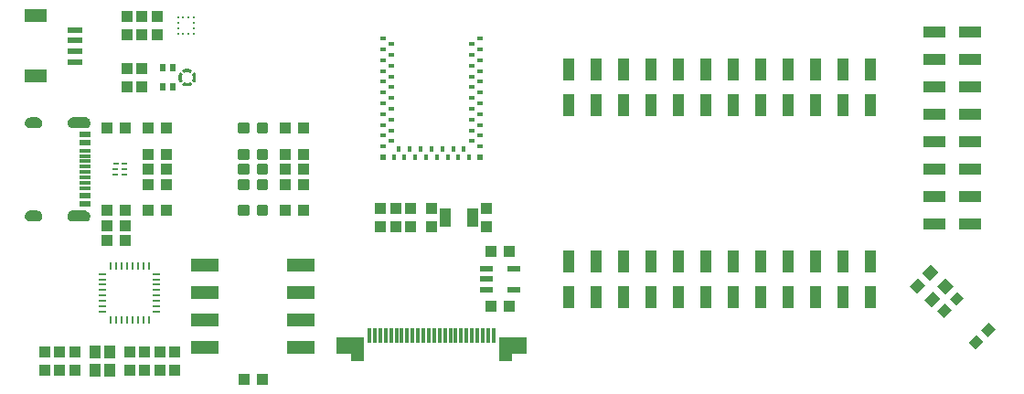
<source format=gtp>
G04 EAGLE Gerber RS-274X export*
G75*
%MOMM*%
%FSLAX34Y34*%
%LPD*%
%INSolderpaste Top*%
%IPPOS*%
%AMOC8*
5,1,8,0,0,1.08239X$1,22.5*%
G01*
%ADD10R,1.000000X1.100000*%
%ADD11R,1.100000X1.000000*%
%ADD12C,0.300000*%
%ADD13R,0.610000X0.250000*%
%ADD14R,0.560000X0.250000*%
%ADD15R,0.522000X0.725000*%
%ADD16R,0.200000X0.500000*%
%ADD17R,0.500000X0.200000*%
%ADD18R,1.000000X0.300000*%
%ADD19R,1.000000X0.600000*%
%ADD20R,2.000000X1.200000*%
%ADD21R,1.350000X0.600000*%
%ADD22R,0.300000X1.400000*%
%ADD23R,1.250000X2.300000*%
%ADD24R,1.400000X1.600000*%
%ADD25R,2.540000X1.270000*%
%ADD26R,0.900000X1.000000*%
%ADD27R,0.284600X0.800000*%
%ADD28R,0.800000X0.284600*%
%ADD29R,0.600000X0.400000*%
%ADD30R,0.600000X0.600000*%
%ADD31R,0.400000X0.600000*%
%ADD32R,0.275000X0.250000*%
%ADD33R,0.250000X0.275000*%
%ADD34R,1.200000X0.550000*%
%ADD35R,1.100000X1.200000*%
%ADD36R,1.000000X1.800000*%
%ADD37R,2.000000X1.000000*%
%ADD38R,1.000000X2.000000*%

G36*
X85705Y154954D02*
X85705Y154954D01*
X85708Y154951D01*
X86803Y155131D01*
X86809Y155137D01*
X86814Y155134D01*
X87842Y155553D01*
X87846Y155560D01*
X87851Y155558D01*
X88760Y156196D01*
X88763Y156203D01*
X88768Y156203D01*
X89512Y157026D01*
X89513Y157034D01*
X89519Y157035D01*
X90061Y158003D01*
X90060Y158012D01*
X90066Y158014D01*
X90379Y159078D01*
X90376Y159086D01*
X90381Y159089D01*
X90449Y160197D01*
X90445Y160204D01*
X90449Y160207D01*
X90279Y161315D01*
X90273Y161321D01*
X90276Y161326D01*
X89864Y162368D01*
X89857Y162372D01*
X89859Y162377D01*
X89225Y163302D01*
X89217Y163304D01*
X89218Y163310D01*
X88395Y164070D01*
X88386Y164071D01*
X88386Y164077D01*
X87414Y164634D01*
X87406Y164633D01*
X87404Y164639D01*
X86332Y164966D01*
X86324Y164963D01*
X86321Y164968D01*
X85204Y165049D01*
X85201Y165048D01*
X85200Y165049D01*
X73200Y165049D01*
X73197Y165047D01*
X73190Y165047D01*
X73189Y165048D01*
X72245Y164829D01*
X72239Y164823D01*
X72234Y164825D01*
X71362Y164402D01*
X71359Y164394D01*
X71353Y164396D01*
X70597Y163789D01*
X70595Y163781D01*
X70589Y163781D01*
X69988Y163021D01*
X69988Y163012D01*
X69982Y163011D01*
X69564Y162136D01*
X69566Y162128D01*
X69561Y162126D01*
X69349Y161180D01*
X69352Y161173D01*
X69347Y161169D01*
X69351Y160200D01*
X69351Y160199D01*
X69370Y159131D01*
X69375Y159124D01*
X69371Y159120D01*
X69627Y158083D01*
X69634Y158078D01*
X69631Y158072D01*
X70112Y157118D01*
X70119Y157115D01*
X70118Y157109D01*
X70799Y156286D01*
X70807Y156284D01*
X70807Y156278D01*
X71654Y155627D01*
X71662Y155627D01*
X71663Y155621D01*
X72634Y155174D01*
X72642Y155176D01*
X72644Y155171D01*
X73690Y154952D01*
X73697Y154955D01*
X73700Y154951D01*
X85700Y154951D01*
X85705Y154954D01*
G37*
G36*
X85705Y241355D02*
X85705Y241355D01*
X85708Y241351D01*
X86814Y241544D01*
X86819Y241549D01*
X86819Y241550D01*
X86824Y241547D01*
X87859Y241980D01*
X87863Y241987D01*
X87868Y241985D01*
X88781Y242638D01*
X88783Y242646D01*
X88789Y242645D01*
X89533Y243484D01*
X89534Y243493D01*
X89539Y243493D01*
X90078Y244477D01*
X90077Y244485D01*
X90078Y244486D01*
X90082Y244487D01*
X90083Y244489D01*
X90265Y245130D01*
X90389Y245566D01*
X90387Y245571D01*
X90389Y245573D01*
X90387Y245575D01*
X90391Y245577D01*
X90449Y246697D01*
X90446Y246702D01*
X90449Y246706D01*
X90331Y247751D01*
X90325Y247757D01*
X90329Y247762D01*
X89981Y248756D01*
X89974Y248760D01*
X89976Y248765D01*
X89416Y249657D01*
X89409Y249660D01*
X89409Y249665D01*
X88665Y250409D01*
X88657Y250411D01*
X88657Y250416D01*
X87765Y250976D01*
X87757Y250976D01*
X87756Y250981D01*
X86762Y251329D01*
X86754Y251326D01*
X86751Y251331D01*
X85706Y251449D01*
X85702Y251447D01*
X85700Y251449D01*
X73700Y251449D01*
X73697Y251447D01*
X73694Y251447D01*
X73692Y251449D01*
X72696Y251291D01*
X72690Y251285D01*
X72685Y251288D01*
X71749Y250913D01*
X71745Y250906D01*
X71739Y250908D01*
X70910Y250334D01*
X70907Y250326D01*
X70902Y250327D01*
X70221Y249583D01*
X70220Y249574D01*
X70214Y249574D01*
X69716Y248697D01*
X69717Y248689D01*
X69712Y248686D01*
X69524Y248062D01*
X69421Y247721D01*
X69422Y247718D01*
X69421Y247717D01*
X69424Y247713D01*
X69419Y247710D01*
X69351Y246703D01*
X69352Y246701D01*
X69351Y246700D01*
X69360Y245619D01*
X69365Y245612D01*
X69361Y245608D01*
X69611Y244556D01*
X69617Y244551D01*
X69614Y244546D01*
X70091Y243576D01*
X70099Y243573D01*
X70097Y243567D01*
X70778Y242728D01*
X70786Y242726D01*
X70786Y242720D01*
X71637Y242054D01*
X71645Y242053D01*
X71646Y242048D01*
X72623Y241587D01*
X72631Y241589D01*
X72634Y241584D01*
X73689Y241352D01*
X73697Y241355D01*
X73700Y241351D01*
X85700Y241351D01*
X85705Y241355D01*
G37*
G36*
X40904Y154954D02*
X40904Y154954D01*
X40906Y154951D01*
X42039Y155101D01*
X42045Y155107D01*
X42050Y155104D01*
X43120Y155502D01*
X43124Y155509D01*
X43130Y155507D01*
X44085Y156134D01*
X44088Y156142D01*
X44093Y156141D01*
X44885Y156964D01*
X44886Y156972D01*
X44892Y156973D01*
X45481Y157952D01*
X45480Y157960D01*
X45485Y157962D01*
X45841Y159047D01*
X45839Y159055D01*
X45843Y159058D01*
X45949Y160195D01*
X45944Y160204D01*
X45948Y160209D01*
X45741Y161346D01*
X45735Y161352D01*
X45738Y161357D01*
X45283Y162419D01*
X45276Y162423D01*
X45278Y162429D01*
X44598Y163364D01*
X44590Y163366D01*
X44591Y163372D01*
X43720Y164132D01*
X43712Y164132D01*
X43711Y164138D01*
X42692Y164685D01*
X42684Y164684D01*
X42682Y164689D01*
X41568Y164996D01*
X41560Y164993D01*
X41557Y164998D01*
X40402Y165049D01*
X40401Y165048D01*
X40400Y165049D01*
X34400Y165049D01*
X34397Y165047D01*
X34392Y165047D01*
X34391Y165048D01*
X33310Y164836D01*
X33305Y164830D01*
X33300Y164833D01*
X32294Y164386D01*
X32290Y164379D01*
X32284Y164381D01*
X31403Y163721D01*
X31400Y163713D01*
X31395Y163713D01*
X30682Y162874D01*
X30682Y162866D01*
X30676Y162865D01*
X30168Y161888D01*
X30169Y161880D01*
X30164Y161878D01*
X29886Y160813D01*
X29889Y160805D01*
X29885Y160802D01*
X29851Y159702D01*
X29855Y159696D01*
X29851Y159693D01*
X30006Y158618D01*
X30012Y158612D01*
X30009Y158607D01*
X30399Y157593D01*
X30406Y157589D01*
X30405Y157583D01*
X31011Y156681D01*
X31019Y156679D01*
X31018Y156673D01*
X31810Y155929D01*
X31818Y155928D01*
X31818Y155922D01*
X32756Y155373D01*
X32764Y155374D01*
X32766Y155368D01*
X33802Y155041D01*
X33810Y155044D01*
X33813Y155039D01*
X34896Y154951D01*
X34899Y154953D01*
X34900Y154951D01*
X40900Y154951D01*
X40904Y154954D01*
G37*
G36*
X40903Y241353D02*
X40903Y241353D01*
X40905Y241351D01*
X41997Y241452D01*
X42003Y241457D01*
X42008Y241454D01*
X43051Y241795D01*
X43056Y241802D01*
X43061Y241800D01*
X44002Y242364D01*
X44005Y242372D01*
X44011Y242371D01*
X44803Y243131D01*
X44804Y243139D01*
X44810Y243140D01*
X45413Y244057D01*
X45412Y244065D01*
X45418Y244067D01*
X45801Y245095D01*
X45799Y245103D01*
X45804Y245106D01*
X45949Y246194D01*
X45945Y246201D01*
X45949Y246205D01*
X45843Y247342D01*
X45838Y247348D01*
X45841Y247353D01*
X45485Y248438D01*
X45478Y248443D01*
X45481Y248448D01*
X44892Y249427D01*
X44884Y249430D01*
X44885Y249436D01*
X44093Y250259D01*
X44085Y250260D01*
X44085Y250266D01*
X43130Y250893D01*
X43122Y250892D01*
X43120Y250898D01*
X42050Y251296D01*
X42042Y251294D01*
X42039Y251299D01*
X40906Y251449D01*
X40903Y251447D01*
X40902Y251447D01*
X40900Y251449D01*
X34900Y251449D01*
X34897Y251447D01*
X34895Y251447D01*
X34894Y251449D01*
X33761Y251299D01*
X33755Y251293D01*
X33750Y251296D01*
X32680Y250898D01*
X32676Y250891D01*
X32670Y250893D01*
X31715Y250266D01*
X31712Y250258D01*
X31707Y250259D01*
X30915Y249436D01*
X30914Y249428D01*
X30908Y249427D01*
X30319Y248448D01*
X30320Y248440D01*
X30315Y248438D01*
X29959Y247353D01*
X29962Y247345D01*
X29957Y247342D01*
X29851Y246205D01*
X29855Y246198D01*
X29851Y246194D01*
X29996Y245106D01*
X30002Y245100D01*
X29999Y245095D01*
X30383Y244067D01*
X30389Y244062D01*
X30388Y244057D01*
X30990Y243140D01*
X30998Y243137D01*
X30997Y243131D01*
X31789Y242371D01*
X31797Y242370D01*
X31798Y242364D01*
X32739Y241800D01*
X32747Y241801D01*
X32749Y241795D01*
X33792Y241454D01*
X33800Y241456D01*
X33803Y241452D01*
X34896Y241351D01*
X34898Y241353D01*
X34900Y241351D01*
X40900Y241351D01*
X40903Y241353D01*
G37*
G36*
X181757Y280293D02*
X181757Y280293D01*
X181766Y280297D01*
X181806Y280303D01*
X183293Y280772D01*
X183302Y280778D01*
X183340Y280792D01*
X184701Y281552D01*
X184721Y281572D01*
X184746Y281584D01*
X184769Y281621D01*
X184800Y281652D01*
X184805Y281679D01*
X184820Y281703D01*
X184820Y281746D01*
X184829Y281789D01*
X184819Y281815D01*
X184818Y281843D01*
X184786Y281910D01*
X183386Y283980D01*
X183382Y283984D01*
X183379Y283990D01*
X183328Y284028D01*
X183279Y284069D01*
X183273Y284070D01*
X183268Y284073D01*
X183204Y284078D01*
X183140Y284086D01*
X183134Y284083D01*
X183128Y284084D01*
X183059Y284058D01*
X182152Y283552D01*
X181187Y283248D01*
X180180Y283145D01*
X179173Y283248D01*
X178208Y283552D01*
X177301Y284058D01*
X177295Y284059D01*
X177291Y284063D01*
X177228Y284075D01*
X177165Y284089D01*
X177159Y284087D01*
X177153Y284088D01*
X177094Y284063D01*
X177034Y284042D01*
X177030Y284037D01*
X177024Y284034D01*
X176974Y283980D01*
X175574Y281910D01*
X175565Y281883D01*
X175548Y281861D01*
X175544Y281818D01*
X175531Y281777D01*
X175538Y281750D01*
X175535Y281722D01*
X175555Y281683D01*
X175567Y281641D01*
X175587Y281623D01*
X175600Y281598D01*
X175659Y281552D01*
X177020Y280792D01*
X177031Y280790D01*
X177067Y280772D01*
X178554Y280303D01*
X178564Y280303D01*
X178603Y280293D01*
X180155Y280135D01*
X180165Y280137D01*
X180205Y280135D01*
X181757Y280293D01*
G37*
G36*
X183201Y292493D02*
X183201Y292493D01*
X183207Y292492D01*
X183266Y292517D01*
X183326Y292538D01*
X183330Y292543D01*
X183336Y292546D01*
X183386Y292600D01*
X184786Y294670D01*
X184795Y294697D01*
X184812Y294719D01*
X184816Y294762D01*
X184829Y294803D01*
X184822Y294830D01*
X184825Y294858D01*
X184805Y294897D01*
X184794Y294939D01*
X184773Y294957D01*
X184760Y294982D01*
X184701Y295028D01*
X183340Y295788D01*
X183329Y295790D01*
X183293Y295808D01*
X181806Y296277D01*
X181796Y296277D01*
X181757Y296287D01*
X180205Y296445D01*
X180195Y296443D01*
X180155Y296445D01*
X178603Y296287D01*
X178594Y296283D01*
X178554Y296277D01*
X177067Y295808D01*
X177058Y295802D01*
X177020Y295788D01*
X175659Y295028D01*
X175639Y295008D01*
X175614Y294996D01*
X175591Y294959D01*
X175560Y294928D01*
X175555Y294901D01*
X175540Y294877D01*
X175540Y294834D01*
X175531Y294791D01*
X175541Y294765D01*
X175542Y294737D01*
X175574Y294670D01*
X176974Y292600D01*
X176978Y292596D01*
X176981Y292590D01*
X177032Y292552D01*
X177081Y292511D01*
X177087Y292510D01*
X177092Y292507D01*
X177156Y292502D01*
X177220Y292494D01*
X177226Y292497D01*
X177232Y292496D01*
X177301Y292522D01*
X178208Y293028D01*
X179173Y293332D01*
X180180Y293435D01*
X181187Y293332D01*
X182152Y293028D01*
X183059Y292522D01*
X183065Y292521D01*
X183069Y292517D01*
X183132Y292505D01*
X183195Y292491D01*
X183201Y292493D01*
G37*
G36*
X173705Y283651D02*
X173705Y283651D01*
X173733Y283652D01*
X173800Y283684D01*
X175870Y285084D01*
X175874Y285088D01*
X175880Y285091D01*
X175918Y285142D01*
X175959Y285191D01*
X175960Y285197D01*
X175963Y285202D01*
X175968Y285266D01*
X175976Y285330D01*
X175973Y285336D01*
X175974Y285342D01*
X175948Y285411D01*
X175442Y286318D01*
X175138Y287283D01*
X175035Y288290D01*
X175138Y289297D01*
X175442Y290262D01*
X175948Y291169D01*
X175949Y291175D01*
X175953Y291179D01*
X175965Y291242D01*
X175979Y291305D01*
X175977Y291311D01*
X175978Y291317D01*
X175953Y291376D01*
X175932Y291436D01*
X175927Y291440D01*
X175924Y291446D01*
X175870Y291496D01*
X173800Y292896D01*
X173773Y292905D01*
X173751Y292922D01*
X173708Y292926D01*
X173667Y292939D01*
X173640Y292932D01*
X173612Y292935D01*
X173573Y292915D01*
X173531Y292904D01*
X173513Y292883D01*
X173488Y292870D01*
X173442Y292811D01*
X172682Y291450D01*
X172680Y291439D01*
X172662Y291403D01*
X172193Y289916D01*
X172193Y289906D01*
X172183Y289867D01*
X172025Y288315D01*
X172027Y288305D01*
X172025Y288265D01*
X172183Y286713D01*
X172187Y286704D01*
X172193Y286664D01*
X172662Y285177D01*
X172668Y285168D01*
X172682Y285130D01*
X173442Y283769D01*
X173462Y283749D01*
X173474Y283724D01*
X173511Y283701D01*
X173542Y283670D01*
X173569Y283665D01*
X173593Y283650D01*
X173636Y283650D01*
X173679Y283641D01*
X173705Y283651D01*
G37*
G36*
X186720Y283648D02*
X186720Y283648D01*
X186748Y283645D01*
X186787Y283665D01*
X186829Y283677D01*
X186847Y283697D01*
X186872Y283710D01*
X186918Y283769D01*
X187678Y285130D01*
X187680Y285141D01*
X187698Y285177D01*
X188167Y286664D01*
X188167Y286674D01*
X188177Y286713D01*
X188335Y288265D01*
X188333Y288275D01*
X188335Y288315D01*
X188177Y289867D01*
X188173Y289876D01*
X188167Y289916D01*
X187698Y291403D01*
X187692Y291412D01*
X187678Y291450D01*
X186918Y292811D01*
X186898Y292831D01*
X186886Y292856D01*
X186849Y292879D01*
X186818Y292910D01*
X186791Y292915D01*
X186767Y292930D01*
X186724Y292930D01*
X186681Y292939D01*
X186655Y292929D01*
X186627Y292928D01*
X186560Y292896D01*
X184490Y291496D01*
X184486Y291492D01*
X184480Y291489D01*
X184442Y291438D01*
X184401Y291389D01*
X184400Y291383D01*
X184397Y291378D01*
X184392Y291314D01*
X184384Y291250D01*
X184387Y291244D01*
X184386Y291238D01*
X184412Y291169D01*
X184918Y290262D01*
X185222Y289297D01*
X185325Y288290D01*
X185222Y287283D01*
X184918Y286318D01*
X184412Y285411D01*
X184411Y285405D01*
X184407Y285401D01*
X184395Y285338D01*
X184381Y285275D01*
X184383Y285269D01*
X184382Y285263D01*
X184407Y285204D01*
X184428Y285144D01*
X184433Y285140D01*
X184436Y285134D01*
X184490Y285084D01*
X186560Y283684D01*
X186587Y283675D01*
X186609Y283658D01*
X186652Y283654D01*
X186693Y283641D01*
X186720Y283648D01*
G37*
D10*
X387350Y167250D03*
X387350Y150250D03*
X457200Y150250D03*
X457200Y167250D03*
X406400Y150250D03*
X406400Y167250D03*
D11*
X160900Y241300D03*
X143900Y241300D03*
X160900Y165100D03*
X143900Y165100D03*
D10*
X168910Y33900D03*
X168910Y16900D03*
X138430Y279790D03*
X138430Y296790D03*
X138430Y345050D03*
X138430Y328050D03*
X152400Y345050D03*
X152400Y328050D03*
D11*
X461400Y76200D03*
X478400Y76200D03*
X478400Y127000D03*
X461400Y127000D03*
D10*
X373380Y167250D03*
X373380Y150250D03*
X359410Y167250D03*
X359410Y150250D03*
D11*
G36*
X874886Y94557D02*
X882663Y102334D01*
X889734Y95263D01*
X881957Y87486D01*
X874886Y94557D01*
G37*
G36*
X862866Y82537D02*
X870643Y90314D01*
X877714Y83243D01*
X869937Y75466D01*
X862866Y82537D01*
G37*
X122800Y137160D03*
X105800Y137160D03*
D10*
X62230Y33900D03*
X62230Y16900D03*
D11*
X122800Y151130D03*
X105800Y151130D03*
D10*
X76200Y33900D03*
X76200Y16900D03*
X127000Y33900D03*
X127000Y16900D03*
D12*
X236030Y185730D02*
X236030Y192730D01*
X236030Y185730D02*
X229030Y185730D01*
X229030Y192730D01*
X236030Y192730D01*
X236030Y188580D02*
X229030Y188580D01*
X229030Y191430D02*
X236030Y191430D01*
X253570Y192730D02*
X253570Y185730D01*
X246570Y185730D01*
X246570Y192730D01*
X253570Y192730D01*
X253570Y188580D02*
X246570Y188580D01*
X246570Y191430D02*
X253570Y191430D01*
X236030Y199700D02*
X236030Y206700D01*
X236030Y199700D02*
X229030Y199700D01*
X229030Y206700D01*
X236030Y206700D01*
X236030Y202550D02*
X229030Y202550D01*
X229030Y205400D02*
X236030Y205400D01*
X253570Y206700D02*
X253570Y199700D01*
X246570Y199700D01*
X246570Y206700D01*
X253570Y206700D01*
X253570Y202550D02*
X246570Y202550D01*
X246570Y205400D02*
X253570Y205400D01*
X236030Y213670D02*
X236030Y220670D01*
X236030Y213670D02*
X229030Y213670D01*
X229030Y220670D01*
X236030Y220670D01*
X236030Y216520D02*
X229030Y216520D01*
X229030Y219370D02*
X236030Y219370D01*
X253570Y220670D02*
X253570Y213670D01*
X246570Y213670D01*
X246570Y220670D01*
X253570Y220670D01*
X253570Y216520D02*
X246570Y216520D01*
X246570Y219370D02*
X253570Y219370D01*
X236030Y237800D02*
X236030Y244800D01*
X236030Y237800D02*
X229030Y237800D01*
X229030Y244800D01*
X236030Y244800D01*
X236030Y240650D02*
X229030Y240650D01*
X229030Y243500D02*
X236030Y243500D01*
X253570Y244800D02*
X253570Y237800D01*
X246570Y237800D01*
X246570Y244800D01*
X253570Y244800D01*
X253570Y240650D02*
X246570Y240650D01*
X246570Y243500D02*
X253570Y243500D01*
X236030Y168600D02*
X236030Y161600D01*
X229030Y161600D01*
X229030Y168600D01*
X236030Y168600D01*
X236030Y164450D02*
X229030Y164450D01*
X229030Y167300D02*
X236030Y167300D01*
X253570Y168600D02*
X253570Y161600D01*
X246570Y161600D01*
X246570Y168600D01*
X253570Y168600D01*
X253570Y164450D02*
X246570Y164450D01*
X246570Y167300D02*
X253570Y167300D01*
D13*
X114060Y208200D03*
D14*
X113810Y203200D03*
X113810Y198200D03*
X122410Y198200D03*
X122410Y203200D03*
X122410Y208200D03*
D15*
X167180Y297290D03*
X157180Y297290D03*
X157180Y279290D03*
X167180Y279290D03*
D16*
X186680Y288290D03*
D17*
X180180Y281790D03*
X180180Y294790D03*
D16*
X173680Y288290D03*
D18*
X85500Y195700D03*
X85500Y200700D03*
D19*
X85500Y170950D03*
X85500Y178700D03*
D18*
X85500Y185700D03*
X85500Y190700D03*
X85500Y210700D03*
X85500Y205700D03*
D19*
X85500Y235450D03*
X85500Y227700D03*
D18*
X85500Y220700D03*
X85500Y215700D03*
D20*
X39450Y345500D03*
X39450Y289500D03*
D21*
X76200Y332500D03*
X76200Y322500D03*
X76200Y312500D03*
X76200Y302500D03*
D22*
X463900Y49400D03*
D23*
X338150Y36900D03*
D24*
X324900Y40400D03*
X487900Y40400D03*
D23*
X474650Y36900D03*
D22*
X458900Y49400D03*
X453900Y49400D03*
X448900Y49400D03*
X443900Y49400D03*
X438900Y49400D03*
X433900Y49400D03*
X428900Y49400D03*
X423900Y49400D03*
X418900Y49400D03*
X413900Y49400D03*
X408900Y49400D03*
X403900Y49400D03*
X398900Y49400D03*
X393900Y49400D03*
X388900Y49400D03*
X383900Y49400D03*
X378900Y49400D03*
X373900Y49400D03*
X368900Y49400D03*
X363900Y49400D03*
X358900Y49400D03*
X353900Y49400D03*
X348900Y49400D03*
D11*
X270900Y189230D03*
X287900Y189230D03*
D10*
X48260Y16900D03*
X48260Y33900D03*
D11*
G36*
X860916Y107257D02*
X868693Y115034D01*
X875764Y107963D01*
X867987Y100186D01*
X860916Y107257D01*
G37*
G36*
X848896Y95237D02*
X856673Y103014D01*
X863744Y95943D01*
X855967Y88166D01*
X848896Y95237D01*
G37*
X232800Y8890D03*
X249800Y8890D03*
D10*
X124460Y296790D03*
X124460Y279790D03*
X124460Y328050D03*
X124460Y345050D03*
D11*
X143900Y189230D03*
X160900Y189230D03*
X143900Y203200D03*
X160900Y203200D03*
X143900Y217170D03*
X160900Y217170D03*
D10*
X140970Y33900D03*
X140970Y16900D03*
D11*
X270900Y203200D03*
X287900Y203200D03*
D10*
X154940Y33900D03*
X154940Y16900D03*
D11*
X270900Y217170D03*
X287900Y217170D03*
X270900Y241300D03*
X287900Y241300D03*
X270900Y165100D03*
X287900Y165100D03*
X105800Y165100D03*
X122800Y165100D03*
X122800Y241300D03*
X105800Y241300D03*
D25*
X196850Y38100D03*
X196850Y63500D03*
X196850Y88900D03*
X196850Y114300D03*
X285750Y114300D03*
X285750Y88900D03*
X285750Y63500D03*
X285750Y38100D03*
D26*
G36*
X921500Y47944D02*
X915136Y54308D01*
X922206Y61378D01*
X928570Y55014D01*
X921500Y47944D01*
G37*
G36*
X910186Y36630D02*
X903822Y42994D01*
X910892Y50064D01*
X917256Y43700D01*
X910186Y36630D01*
G37*
G36*
X881194Y65622D02*
X874830Y71986D01*
X881900Y79056D01*
X888264Y72692D01*
X881194Y65622D01*
G37*
G36*
X892508Y76936D02*
X886144Y83300D01*
X893214Y90370D01*
X899578Y84006D01*
X892508Y76936D01*
G37*
D27*
X144500Y113900D03*
X139500Y113900D03*
X134500Y113900D03*
X129500Y113900D03*
X124500Y113900D03*
X119500Y113900D03*
X114500Y113900D03*
X109500Y113900D03*
D28*
X102000Y106400D03*
X102000Y101400D03*
X102000Y96400D03*
X102000Y91400D03*
X102000Y86400D03*
X102000Y81400D03*
X102000Y76400D03*
X102000Y71400D03*
D27*
X109500Y63900D03*
X114500Y63900D03*
X119500Y63900D03*
X124500Y63900D03*
X129500Y63900D03*
X134500Y63900D03*
X139500Y63900D03*
X144500Y63900D03*
D28*
X152000Y71400D03*
X152000Y76400D03*
X152000Y81400D03*
X152000Y86400D03*
X152000Y91400D03*
X152000Y96400D03*
X152000Y101400D03*
X152000Y106400D03*
D29*
X361400Y324400D03*
X369400Y319400D03*
X361400Y314400D03*
X369400Y309400D03*
X361400Y304400D03*
X369400Y299400D03*
X361400Y294400D03*
X369400Y289400D03*
X361400Y284400D03*
X369400Y279400D03*
X361400Y274400D03*
X369400Y269400D03*
X361400Y264400D03*
X369400Y259400D03*
X361400Y254400D03*
X369400Y249400D03*
X361400Y244400D03*
X369400Y239400D03*
X361400Y234400D03*
X369400Y229400D03*
X361400Y224400D03*
D30*
X361400Y214400D03*
D31*
X371400Y214400D03*
X376400Y222400D03*
X381400Y214400D03*
X386400Y222400D03*
X391400Y214400D03*
X396400Y222400D03*
X401400Y214400D03*
X406400Y222400D03*
X411400Y214400D03*
X416400Y222400D03*
X421400Y214400D03*
X426400Y222400D03*
X431400Y214400D03*
X436400Y222400D03*
X441400Y214400D03*
D30*
X451400Y214400D03*
D29*
X451400Y224400D03*
X443400Y229400D03*
X451400Y234400D03*
X443400Y239400D03*
X451400Y244400D03*
X443400Y249400D03*
X451400Y254400D03*
X443400Y259400D03*
X451400Y264400D03*
X443400Y269400D03*
X451400Y274400D03*
X443400Y279400D03*
X451400Y284400D03*
X443400Y289400D03*
X451400Y294400D03*
X443400Y299400D03*
X451400Y304400D03*
X443400Y309400D03*
X451400Y314400D03*
X443400Y319400D03*
X451400Y324400D03*
D32*
X186570Y334050D03*
X186570Y339050D03*
X171570Y339050D03*
X171570Y334050D03*
D33*
X171570Y329050D03*
X176570Y329050D03*
X186570Y329050D03*
X181570Y329050D03*
X186570Y344050D03*
X181570Y344050D03*
X176570Y344050D03*
X171570Y344050D03*
D34*
X456899Y111100D03*
X456899Y101600D03*
X456899Y92100D03*
X482901Y92100D03*
X482901Y111100D03*
D35*
X108700Y16860D03*
X108700Y33860D03*
X94700Y33860D03*
X94700Y16860D03*
D36*
X419300Y158750D03*
X444300Y158750D03*
D37*
X872500Y177800D03*
X872500Y228600D03*
X872500Y279400D03*
X905500Y152400D03*
X905500Y203200D03*
X905500Y254000D03*
X905500Y304800D03*
X905500Y330200D03*
X872500Y304800D03*
X905500Y279400D03*
X872500Y254000D03*
X905500Y228600D03*
X872500Y203200D03*
X905500Y177800D03*
X872500Y152400D03*
X872500Y330200D03*
D38*
X787400Y262900D03*
X736600Y262900D03*
X812800Y295900D03*
X762000Y295900D03*
X736600Y295900D03*
X762000Y262900D03*
X787400Y295900D03*
X812800Y262900D03*
X762000Y118100D03*
X812800Y118100D03*
X736600Y85100D03*
X787400Y85100D03*
X812800Y85100D03*
X787400Y118100D03*
X762000Y85100D03*
X736600Y118100D03*
X685800Y262900D03*
X635000Y262900D03*
X584200Y262900D03*
X711200Y295900D03*
X660400Y295900D03*
X609600Y295900D03*
X558800Y295900D03*
X533400Y295900D03*
X558800Y262900D03*
X584200Y295900D03*
X609600Y262900D03*
X635000Y295900D03*
X660400Y262900D03*
X685800Y295900D03*
X711200Y262900D03*
X533400Y262900D03*
X558800Y118100D03*
X609600Y118100D03*
X660400Y118100D03*
X533400Y85100D03*
X584200Y85100D03*
X635000Y85100D03*
X685800Y85100D03*
X711200Y85100D03*
X685800Y118100D03*
X660400Y85100D03*
X635000Y118100D03*
X609600Y85100D03*
X584200Y118100D03*
X558800Y85100D03*
X533400Y118100D03*
X711200Y118100D03*
M02*

</source>
